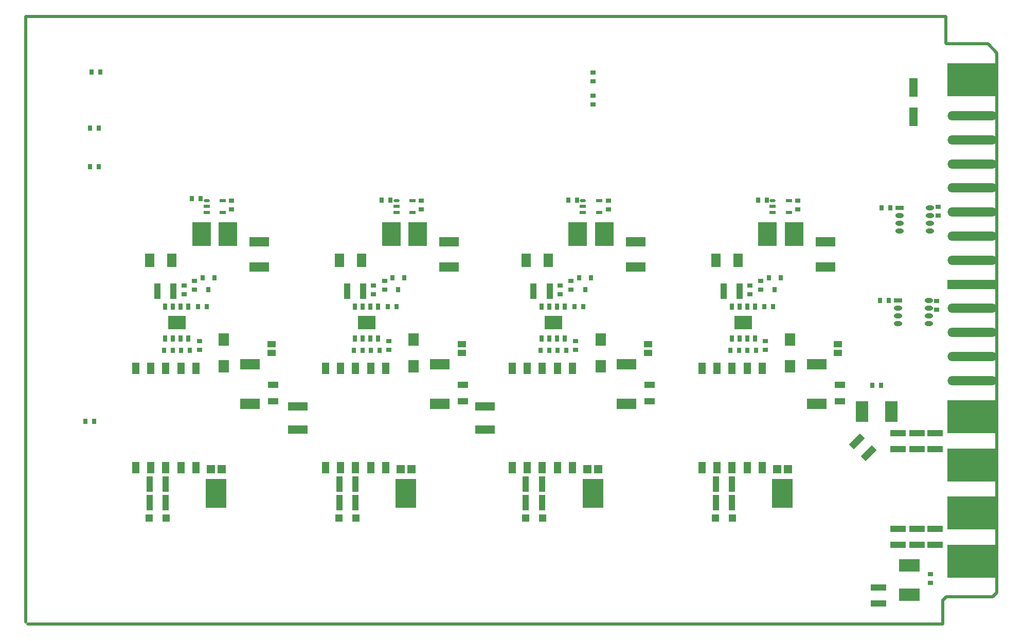
<source format=gtp>
G04 Layer_Color=8421504*
%FSLAX42Y42*%
%MOMM*%
G71*
G01*
G75*
%ADD10R,0.70X0.90*%
%ADD11R,0.90X0.70*%
%ADD12R,3.50X2.00*%
%ADD13R,2.00X3.50*%
%ADD14R,2.60X1.10*%
G04:AMPARAMS|DCode=15|XSize=2.6mm|YSize=1.1mm|CornerRadius=0mm|HoleSize=0mm|Usage=FLASHONLY|Rotation=225.000|XOffset=0mm|YOffset=0mm|HoleType=Round|Shape=Rectangle|*
%AMROTATEDRECTD15*
4,1,4,0.53,1.31,1.31,0.53,-0.53,-1.31,-1.31,-0.53,0.53,1.31,0.0*
%
%ADD15ROTATEDRECTD15*%

%ADD16R,3.30X1.40*%
%ADD17R,1.10X2.60*%
%ADD18R,0.76X1.14*%
%ADD19R,3.00X2.26*%
%ADD20R,1.80X2.10*%
%ADD21R,0.80X0.90*%
%ADD22R,1.70X1.10*%
%ADD23R,1.17X1.88*%
%ADD24R,1.20X1.20*%
%ADD25R,1.52X2.18*%
%ADD26R,3.10X4.00*%
%ADD27R,3.36X4.86*%
%ADD28R,1.39X1.40*%
%ADD29R,3.20X1.80*%
%ADD30R,1.40X1.10*%
%ADD31R,3.30X1.55*%
%ADD32O,1.00X0.55*%
%ADD33R,1.00X0.55*%
%ADD34R,0.90X0.80*%
%ADD35R,1.42X3.02*%
%ADD36R,1.40X0.80*%
%ADD37O,1.40X0.80*%
%ADD38R,8.13X5.54*%
%ADD39O,8.13X1.52*%
%ADD40R,8.13X1.52*%
%ADD41C,0.50*%
D10*
X3402Y9169D02*
D03*
X3252D02*
D03*
X3402Y8534D02*
D03*
X3252D02*
D03*
X3326Y4343D02*
D03*
X3176D02*
D03*
X16130Y4928D02*
D03*
X16280D02*
D03*
X10949Y5504D02*
D03*
X11099D02*
D03*
X11228Y6223D02*
D03*
X11378D02*
D03*
X11276Y7976D02*
D03*
X11126D02*
D03*
X10669Y5504D02*
D03*
X10819D02*
D03*
X13793D02*
D03*
X13943D02*
D03*
X14401Y7976D02*
D03*
X14251D02*
D03*
X14352Y6223D02*
D03*
X14502D02*
D03*
X14073Y5504D02*
D03*
X14223D02*
D03*
X7596D02*
D03*
X7746D02*
D03*
X8203Y7976D02*
D03*
X8053D02*
D03*
X8155Y6223D02*
D03*
X8305D02*
D03*
X7875Y5504D02*
D03*
X8025D02*
D03*
X4472D02*
D03*
X4622D02*
D03*
X5079Y8001D02*
D03*
X4929D02*
D03*
X5030Y6223D02*
D03*
X5180D02*
D03*
X4751Y5504D02*
D03*
X4901D02*
D03*
X3428Y10084D02*
D03*
X3278D02*
D03*
D11*
X17094Y1678D02*
D03*
Y1828D02*
D03*
X11176Y6504D02*
D03*
Y6654D02*
D03*
X11252Y5663D02*
D03*
Y5513D02*
D03*
X14376Y5663D02*
D03*
Y5513D02*
D03*
X14300Y6504D02*
D03*
Y6654D02*
D03*
X8179Y5663D02*
D03*
Y5513D02*
D03*
X8103Y6504D02*
D03*
Y6654D02*
D03*
X5055Y5663D02*
D03*
Y5513D02*
D03*
X4978Y6504D02*
D03*
Y6654D02*
D03*
X11532Y9552D02*
D03*
Y9702D02*
D03*
Y9933D02*
D03*
Y10083D02*
D03*
X17221Y7723D02*
D03*
Y7873D02*
D03*
X17196Y6323D02*
D03*
Y6173D02*
D03*
D12*
X16739Y1482D02*
D03*
Y1972D02*
D03*
D13*
X15960Y4496D02*
D03*
X16450D02*
D03*
D14*
X17170Y2303D02*
D03*
Y2573D02*
D03*
X16866Y2303D02*
D03*
Y2573D02*
D03*
X16561Y2303D02*
D03*
Y2573D02*
D03*
X16231Y1338D02*
D03*
Y1608D02*
D03*
X17170Y3878D02*
D03*
Y4148D02*
D03*
X16866Y3878D02*
D03*
Y4148D02*
D03*
X16561Y3878D02*
D03*
Y4148D02*
D03*
D15*
X16072Y3816D02*
D03*
X15881Y4007D02*
D03*
D16*
X9754Y4584D02*
D03*
Y4204D02*
D03*
X6680Y4584D02*
D03*
Y4204D02*
D03*
D17*
X10828Y6477D02*
D03*
X10558D02*
D03*
X10431Y3302D02*
D03*
X10701D02*
D03*
X10431Y2997D02*
D03*
X10701D02*
D03*
X13556D02*
D03*
X13826D02*
D03*
X13556Y3302D02*
D03*
X13826D02*
D03*
X13953Y6477D02*
D03*
X13683D02*
D03*
X7358Y2997D02*
D03*
X7628D02*
D03*
X7358Y3302D02*
D03*
X7628D02*
D03*
X7755Y6477D02*
D03*
X7485D02*
D03*
X4234Y2997D02*
D03*
X4504D02*
D03*
X4234Y3302D02*
D03*
X4504D02*
D03*
X4631Y6477D02*
D03*
X4361D02*
D03*
D18*
X11074Y6223D02*
D03*
X10947D02*
D03*
X10820D02*
D03*
X10693D02*
D03*
X11074Y5702D02*
D03*
X10947D02*
D03*
X10820D02*
D03*
X10693D02*
D03*
X14199Y6223D02*
D03*
X14072D02*
D03*
X13945D02*
D03*
X13818D02*
D03*
X14199Y5702D02*
D03*
X14072D02*
D03*
X13945D02*
D03*
X13818D02*
D03*
X8001Y6223D02*
D03*
X7874D02*
D03*
X7747D02*
D03*
X7620D02*
D03*
X8001Y5702D02*
D03*
X7874D02*
D03*
X7747D02*
D03*
X7620D02*
D03*
X4877Y6223D02*
D03*
X4750D02*
D03*
X4623D02*
D03*
X4496D02*
D03*
X4877Y5702D02*
D03*
X4750D02*
D03*
X4623D02*
D03*
X4496D02*
D03*
D19*
X10884Y5963D02*
D03*
X14008D02*
D03*
X7811D02*
D03*
X4686D02*
D03*
D20*
X11659Y5681D02*
D03*
Y5241D02*
D03*
X14783Y5681D02*
D03*
Y5241D02*
D03*
X8585Y5681D02*
D03*
Y5241D02*
D03*
X5461Y5681D02*
D03*
Y5241D02*
D03*
D21*
X11405Y6504D02*
D03*
X11505Y6704D02*
D03*
X11305D02*
D03*
X14529Y6504D02*
D03*
X14629Y6704D02*
D03*
X14429D02*
D03*
X8331Y6504D02*
D03*
X8431Y6704D02*
D03*
X8231D02*
D03*
X5207Y6504D02*
D03*
X5307Y6704D02*
D03*
X5107D02*
D03*
X16262Y6325D02*
D03*
X16402D02*
D03*
X16288Y7849D02*
D03*
X16428D02*
D03*
D22*
X12471Y4666D02*
D03*
Y4936D02*
D03*
X15596Y4666D02*
D03*
Y4936D02*
D03*
X9398Y4666D02*
D03*
Y4936D02*
D03*
X6274Y4666D02*
D03*
Y4936D02*
D03*
D23*
X10205Y5213D02*
D03*
X10453D02*
D03*
X10701D02*
D03*
X10949D02*
D03*
X11197D02*
D03*
X10205Y3577D02*
D03*
X10453D02*
D03*
X10701D02*
D03*
X10949D02*
D03*
X11197D02*
D03*
X13330Y5213D02*
D03*
X13578D02*
D03*
X13826D02*
D03*
X14074D02*
D03*
X14322D02*
D03*
X13330Y3577D02*
D03*
X13578D02*
D03*
X13826D02*
D03*
X14074D02*
D03*
X14322D02*
D03*
X7132Y5213D02*
D03*
X7380D02*
D03*
X7628D02*
D03*
X7876D02*
D03*
X8124D02*
D03*
X7132Y3577D02*
D03*
X7380D02*
D03*
X7628D02*
D03*
X7876D02*
D03*
X8124D02*
D03*
X4008Y5213D02*
D03*
X4256D02*
D03*
X4504D02*
D03*
X4752D02*
D03*
X5000D02*
D03*
X4008Y3577D02*
D03*
X4256D02*
D03*
X4504D02*
D03*
X4752D02*
D03*
X5000D02*
D03*
D24*
X10706Y2743D02*
D03*
X10426D02*
D03*
X13831D02*
D03*
X13551D02*
D03*
X7633D02*
D03*
X7353D02*
D03*
X4509D02*
D03*
X4229D02*
D03*
D25*
X10433Y6985D02*
D03*
X10801D02*
D03*
X13557D02*
D03*
X13925D02*
D03*
X7360D02*
D03*
X7728D02*
D03*
X4236D02*
D03*
X4604D02*
D03*
D26*
X11726Y7417D02*
D03*
X11286D02*
D03*
X14850D02*
D03*
X14410D02*
D03*
X8653D02*
D03*
X8213D02*
D03*
X5529D02*
D03*
X5089D02*
D03*
D27*
X11532Y3150D02*
D03*
X14656D02*
D03*
X8458D02*
D03*
X5334D02*
D03*
D28*
X11624Y3548D02*
D03*
X11440D02*
D03*
X14748D02*
D03*
X14564D02*
D03*
X8550D02*
D03*
X8366D02*
D03*
X5426D02*
D03*
X5242D02*
D03*
D29*
X12090Y5278D02*
D03*
Y4628D02*
D03*
X15215Y5278D02*
D03*
Y4628D02*
D03*
X9017Y5278D02*
D03*
Y4628D02*
D03*
X5893Y5278D02*
D03*
Y4628D02*
D03*
D30*
X12446Y5462D02*
D03*
Y5612D02*
D03*
X15570Y5462D02*
D03*
Y5612D02*
D03*
X9373Y5462D02*
D03*
Y5612D02*
D03*
X6248Y5462D02*
D03*
Y5612D02*
D03*
D31*
X12243Y6877D02*
D03*
Y7297D02*
D03*
X15367Y6877D02*
D03*
Y7297D02*
D03*
X9169Y6877D02*
D03*
Y7297D02*
D03*
X6045Y6877D02*
D03*
Y7297D02*
D03*
D32*
X11371Y7969D02*
D03*
X14495D02*
D03*
X8298D02*
D03*
X5174D02*
D03*
D33*
X11371Y7874D02*
D03*
Y7779D02*
D03*
X11641Y7969D02*
D03*
Y7779D02*
D03*
X14495Y7874D02*
D03*
Y7779D02*
D03*
X14765Y7969D02*
D03*
Y7779D02*
D03*
X8298Y7874D02*
D03*
Y7779D02*
D03*
X8568Y7969D02*
D03*
Y7779D02*
D03*
X5174Y7874D02*
D03*
Y7779D02*
D03*
X5444Y7969D02*
D03*
Y7779D02*
D03*
D34*
X10998Y6572D02*
D03*
Y6432D02*
D03*
X11786Y7969D02*
D03*
Y7829D02*
D03*
X14910Y7969D02*
D03*
Y7829D02*
D03*
X14122Y6572D02*
D03*
Y6432D02*
D03*
X8712Y7969D02*
D03*
Y7829D02*
D03*
X7925Y6572D02*
D03*
Y6432D02*
D03*
X5588Y7969D02*
D03*
Y7829D02*
D03*
X4801Y6572D02*
D03*
Y6432D02*
D03*
D35*
X16815Y9355D02*
D03*
Y9836D02*
D03*
D36*
X16586Y7849D02*
D03*
X16561Y6325D02*
D03*
D37*
X16586Y7722D02*
D03*
Y7595D02*
D03*
Y7468D02*
D03*
X17086Y7849D02*
D03*
Y7722D02*
D03*
Y7595D02*
D03*
Y7468D02*
D03*
X16561Y6198D02*
D03*
Y6071D02*
D03*
Y5944D02*
D03*
X17061Y6325D02*
D03*
Y6198D02*
D03*
Y6071D02*
D03*
Y5944D02*
D03*
D38*
X17780Y2038D02*
D03*
Y2833D02*
D03*
Y3623D02*
D03*
Y4418D02*
D03*
Y9962D02*
D03*
D39*
Y5009D02*
D03*
Y5406D02*
D03*
Y5802D02*
D03*
Y6198D02*
D03*
Y6991D02*
D03*
Y7387D02*
D03*
Y7783D02*
D03*
Y8179D02*
D03*
Y8576D02*
D03*
Y8972D02*
D03*
Y9368D02*
D03*
D40*
Y6594D02*
D03*
D41*
X18186Y1524D02*
Y10287D01*
X18112Y1448D02*
X18186Y1522D01*
X18110Y1448D02*
X18112D01*
X17350D02*
X18110D01*
X17348Y1446D02*
X17350Y1448D01*
X17297Y1395D02*
X17348Y1446D01*
X17297Y1000D02*
Y1397D01*
X2235Y1000D02*
X17297D01*
X2200Y1041D02*
Y10998D01*
X2202Y11000D02*
X17348D01*
Y10566D02*
Y11000D01*
Y10566D02*
X17365Y10550D01*
X18009D01*
X18034D01*
X18043Y10541D01*
X18186Y10398D01*
Y10389D02*
Y10398D01*
Y10287D02*
Y10389D01*
M02*

</source>
